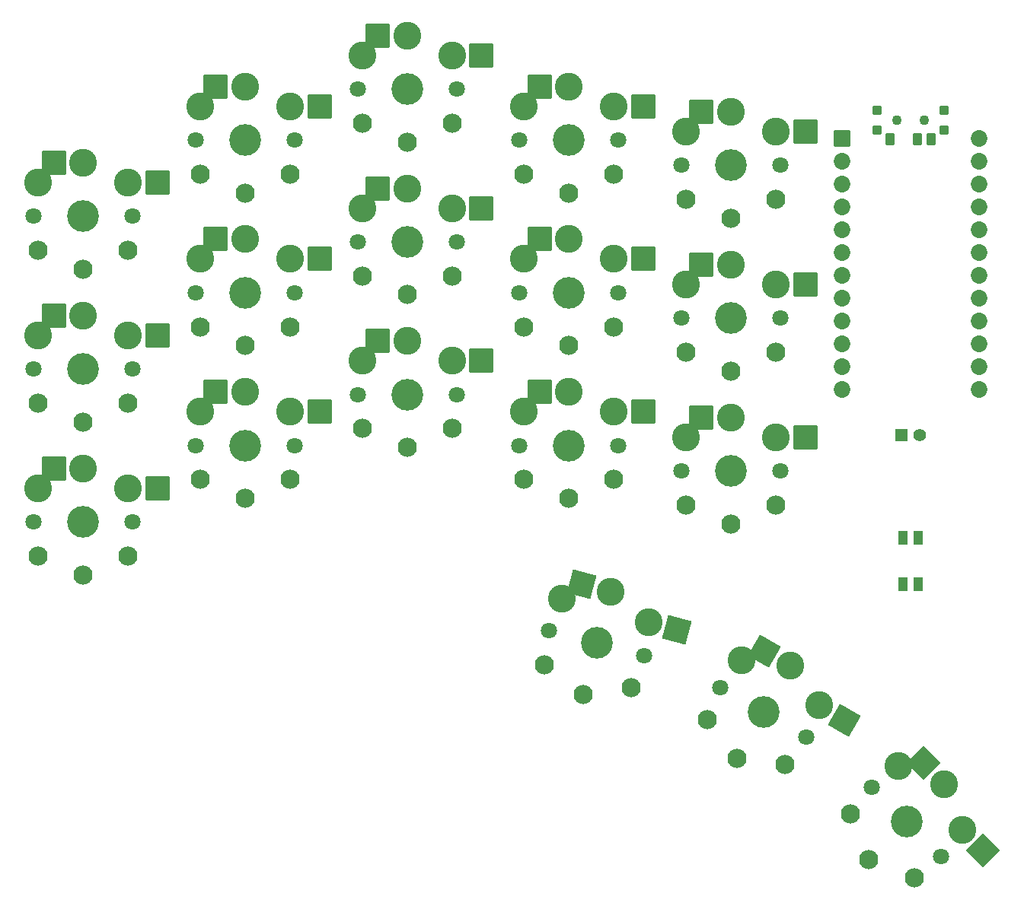
<source format=gbs>
%TF.GenerationSoftware,KiCad,Pcbnew,(6.0.5)*%
%TF.CreationDate,2022-09-17T13:25:28+02:00*%
%TF.ProjectId,rae_dux_no_splay,7261655f-6475-4785-9f6e-6f5f73706c61,v1.0.0*%
%TF.SameCoordinates,Original*%
%TF.FileFunction,Soldermask,Bot*%
%TF.FilePolarity,Negative*%
%FSLAX46Y46*%
G04 Gerber Fmt 4.6, Leading zero omitted, Abs format (unit mm)*
G04 Created by KiCad (PCBNEW (6.0.5)) date 2022-09-17 13:25:28*
%MOMM*%
%LPD*%
G01*
G04 APERTURE LIST*
G04 Aperture macros list*
%AMRoundRect*
0 Rectangle with rounded corners*
0 $1 Rounding radius*
0 $2 $3 $4 $5 $6 $7 $8 $9 X,Y pos of 4 corners*
0 Add a 4 corners polygon primitive as box body*
4,1,4,$2,$3,$4,$5,$6,$7,$8,$9,$2,$3,0*
0 Add four circle primitives for the rounded corners*
1,1,$1+$1,$2,$3*
1,1,$1+$1,$4,$5*
1,1,$1+$1,$6,$7*
1,1,$1+$1,$8,$9*
0 Add four rect primitives between the rounded corners*
20,1,$1+$1,$2,$3,$4,$5,0*
20,1,$1+$1,$4,$5,$6,$7,0*
20,1,$1+$1,$6,$7,$8,$9,0*
20,1,$1+$1,$8,$9,$2,$3,0*%
G04 Aperture macros list end*
%ADD10C,3.529000*%
%ADD11C,1.801800*%
%ADD12C,3.100000*%
%ADD13RoundRect,0.050000X-1.300000X-1.300000X1.300000X-1.300000X1.300000X1.300000X-1.300000X1.300000X0*%
%ADD14C,2.132000*%
%ADD15RoundRect,0.050000X-1.592168X-0.919239X0.919239X-1.592168X1.592168X0.919239X-0.919239X1.592168X0*%
%ADD16RoundRect,0.050000X-1.775833X-0.475833X0.475833X-1.775833X1.775833X0.475833X-0.475833X1.775833X0*%
%ADD17RoundRect,0.050000X-1.838478X0.000000X0.000000X-1.838478X1.838478X0.000000X0.000000X1.838478X0*%
%ADD18RoundRect,0.050000X-0.876300X0.876300X-0.876300X-0.876300X0.876300X-0.876300X0.876300X0.876300X0*%
%ADD19C,1.852600*%
%ADD20C,1.100000*%
%ADD21RoundRect,0.050000X-0.450000X-0.625000X0.450000X-0.625000X0.450000X0.625000X-0.450000X0.625000X0*%
%ADD22RoundRect,0.050000X-0.450000X-0.450000X0.450000X-0.450000X0.450000X0.450000X-0.450000X0.450000X0*%
%ADD23C,1.408000*%
%ADD24RoundRect,0.050000X-0.654000X-0.654000X0.654000X-0.654000X0.654000X0.654000X-0.654000X0.654000X0*%
%ADD25RoundRect,0.050000X0.500000X-0.725000X0.500000X0.725000X-0.500000X0.725000X-0.500000X-0.725000X0*%
G04 APERTURE END LIST*
D10*
X68000000Y50000000D03*
D11*
X73500000Y50000000D03*
X62500000Y50000000D03*
D12*
X73000000Y53750000D03*
X68000000Y55950000D03*
D13*
X64725000Y55950000D03*
X76275000Y53750000D03*
D12*
X63000000Y53750000D03*
X68000000Y55950000D03*
D10*
X68000000Y50000000D03*
D11*
X62500000Y50000000D03*
X73500000Y50000000D03*
D14*
X63000000Y46200000D03*
X68000000Y44100000D03*
X73000000Y46200000D03*
X68000000Y44100000D03*
D10*
X68000000Y67000000D03*
D11*
X73500000Y67000000D03*
X62500000Y67000000D03*
D12*
X73000000Y70750000D03*
X68000000Y72950000D03*
D13*
X64725000Y72950000D03*
X76275000Y70750000D03*
D12*
X63000000Y70750000D03*
X68000000Y72950000D03*
D10*
X68000000Y67000000D03*
D11*
X62500000Y67000000D03*
X73500000Y67000000D03*
D14*
X63000000Y63200000D03*
X68000000Y61100000D03*
X73000000Y63200000D03*
X68000000Y61100000D03*
D10*
X68000000Y84000000D03*
D11*
X73500000Y84000000D03*
X62500000Y84000000D03*
D12*
X73000000Y87750000D03*
X68000000Y89950000D03*
D13*
X64725000Y89950000D03*
X76275000Y87750000D03*
D12*
X63000000Y87750000D03*
X68000000Y89950000D03*
D10*
X68000000Y84000000D03*
D11*
X62500000Y84000000D03*
X73500000Y84000000D03*
D14*
X63000000Y80200000D03*
X68000000Y78100000D03*
X73000000Y80200000D03*
X68000000Y78100000D03*
D10*
X86000000Y58500000D03*
D11*
X91500000Y58500000D03*
X80500000Y58500000D03*
D12*
X91000000Y62250000D03*
X86000000Y64450000D03*
D13*
X82725000Y64450000D03*
X94275000Y62250000D03*
D12*
X81000000Y62250000D03*
X86000000Y64450000D03*
D10*
X86000000Y58500000D03*
D11*
X80500000Y58500000D03*
X91500000Y58500000D03*
D14*
X81000000Y54700000D03*
X86000000Y52600000D03*
X91000000Y54700000D03*
X86000000Y52600000D03*
D10*
X86000000Y75500000D03*
D11*
X91500000Y75500000D03*
X80500000Y75500000D03*
D12*
X91000000Y79250000D03*
X86000000Y81450000D03*
D13*
X82725000Y81450000D03*
X94275000Y79250000D03*
D12*
X81000000Y79250000D03*
X86000000Y81450000D03*
D10*
X86000000Y75500000D03*
D11*
X80500000Y75500000D03*
X91500000Y75500000D03*
D14*
X81000000Y71700000D03*
X86000000Y69600000D03*
X91000000Y71700000D03*
X86000000Y69600000D03*
D10*
X86000000Y92500000D03*
D11*
X91500000Y92500000D03*
X80500000Y92500000D03*
D12*
X91000000Y96250000D03*
X86000000Y98450000D03*
D13*
X82725000Y98450000D03*
X94275000Y96250000D03*
D12*
X81000000Y96250000D03*
X86000000Y98450000D03*
D10*
X86000000Y92500000D03*
D11*
X80500000Y92500000D03*
X91500000Y92500000D03*
D14*
X81000000Y88700000D03*
X86000000Y86600000D03*
X91000000Y88700000D03*
X86000000Y86600000D03*
D10*
X104000000Y64166667D03*
D11*
X109500000Y64166667D03*
X98500000Y64166667D03*
D12*
X109000000Y67916667D03*
X104000000Y70116667D03*
D13*
X100725000Y70116667D03*
X112275000Y67916667D03*
D12*
X99000000Y67916667D03*
X104000000Y70116667D03*
D10*
X104000000Y64166667D03*
D11*
X98500000Y64166667D03*
X109500000Y64166667D03*
D14*
X99000000Y60366667D03*
X104000000Y58266667D03*
X109000000Y60366667D03*
X104000000Y58266667D03*
D10*
X104000000Y81166667D03*
D11*
X109500000Y81166667D03*
X98500000Y81166667D03*
D12*
X109000000Y84916667D03*
X104000000Y87116667D03*
D13*
X100725000Y87116667D03*
X112275000Y84916667D03*
D12*
X99000000Y84916667D03*
X104000000Y87116667D03*
D10*
X104000000Y81166667D03*
D11*
X98500000Y81166667D03*
X109500000Y81166667D03*
D14*
X99000000Y77366667D03*
X104000000Y75266667D03*
X109000000Y77366667D03*
X104000000Y75266667D03*
D10*
X104000000Y98166667D03*
D11*
X109500000Y98166667D03*
X98500000Y98166667D03*
D12*
X109000000Y101916667D03*
X104000000Y104116667D03*
D13*
X100725000Y104116667D03*
X112275000Y101916667D03*
D12*
X99000000Y101916667D03*
X104000000Y104116667D03*
D10*
X104000000Y98166667D03*
D11*
X98500000Y98166667D03*
X109500000Y98166667D03*
D14*
X99000000Y94366667D03*
X104000000Y92266667D03*
X109000000Y94366667D03*
X104000000Y92266667D03*
D10*
X122000000Y58500000D03*
D11*
X127500000Y58500000D03*
X116500000Y58500000D03*
D12*
X127000000Y62250000D03*
X122000000Y64450000D03*
D13*
X118725000Y64450000D03*
X130275000Y62250000D03*
D12*
X117000000Y62250000D03*
X122000000Y64450000D03*
D10*
X122000000Y58500000D03*
D11*
X116500000Y58500000D03*
X127500000Y58500000D03*
D14*
X117000000Y54700000D03*
X122000000Y52600000D03*
X127000000Y54700000D03*
X122000000Y52600000D03*
D10*
X122000000Y75500000D03*
D11*
X127500000Y75500000D03*
X116500000Y75500000D03*
D12*
X127000000Y79250000D03*
X122000000Y81450000D03*
D13*
X118725000Y81450000D03*
X130275000Y79250000D03*
D12*
X117000000Y79250000D03*
X122000000Y81450000D03*
D10*
X122000000Y75500000D03*
D11*
X116500000Y75500000D03*
X127500000Y75500000D03*
D14*
X117000000Y71700000D03*
X122000000Y69600000D03*
X127000000Y71700000D03*
X122000000Y69600000D03*
D10*
X122000000Y92500000D03*
D11*
X127500000Y92500000D03*
X116500000Y92500000D03*
D12*
X127000000Y96250000D03*
X122000000Y98450000D03*
D13*
X118725000Y98450000D03*
X130275000Y96250000D03*
D12*
X117000000Y96250000D03*
X122000000Y98450000D03*
D10*
X122000000Y92500000D03*
D11*
X116500000Y92500000D03*
X127500000Y92500000D03*
D14*
X117000000Y88700000D03*
X122000000Y86600000D03*
X127000000Y88700000D03*
X122000000Y86600000D03*
D10*
X140000000Y55666667D03*
D11*
X145500000Y55666667D03*
X134500000Y55666667D03*
D12*
X145000000Y59416667D03*
X140000000Y61616667D03*
D13*
X136725000Y61616667D03*
X148275000Y59416667D03*
D12*
X135000000Y59416667D03*
X140000000Y61616667D03*
D10*
X140000000Y55666667D03*
D11*
X134500000Y55666667D03*
X145500000Y55666667D03*
D14*
X135000000Y51866667D03*
X140000000Y49766667D03*
X145000000Y51866667D03*
X140000000Y49766667D03*
D10*
X140000000Y72666667D03*
D11*
X145500000Y72666667D03*
X134500000Y72666667D03*
D12*
X145000000Y76416667D03*
X140000000Y78616667D03*
D13*
X136725000Y78616667D03*
X148275000Y76416667D03*
D12*
X135000000Y76416667D03*
X140000000Y78616667D03*
D10*
X140000000Y72666667D03*
D11*
X134500000Y72666667D03*
X145500000Y72666667D03*
D14*
X135000000Y68866667D03*
X140000000Y66766667D03*
X145000000Y68866667D03*
X140000000Y66766667D03*
D10*
X140000000Y89666667D03*
D11*
X145500000Y89666667D03*
X134500000Y89666667D03*
D12*
X145000000Y93416667D03*
X140000000Y95616667D03*
D13*
X136725000Y95616667D03*
X148275000Y93416667D03*
D12*
X135000000Y93416667D03*
X140000000Y95616667D03*
D10*
X140000000Y89666667D03*
D11*
X134500000Y89666667D03*
X145500000Y89666667D03*
D14*
X135000000Y85866667D03*
X140000000Y83766667D03*
X145000000Y85866667D03*
X140000000Y83766667D03*
D10*
X125079959Y36488922D03*
D11*
X130392551Y35065417D03*
X119767367Y37912427D03*
D12*
X130880160Y38817049D03*
X126619932Y42236181D03*
D15*
X123456525Y43083813D03*
X134043567Y37969416D03*
D12*
X121220901Y41405239D03*
X126619932Y42236181D03*
D10*
X125079959Y36488922D03*
D11*
X119767367Y37912427D03*
X130392551Y35065417D03*
D14*
X119266817Y34112499D03*
X123552927Y30789960D03*
X128926076Y31524309D03*
X123552927Y30789960D03*
D10*
X143617558Y28810397D03*
D11*
X148380698Y26060397D03*
X138854418Y31560397D03*
D12*
X149822685Y29557992D03*
X146592558Y33963248D03*
D16*
X143756325Y35600748D03*
X152658918Y27920492D03*
D12*
X141162431Y34557992D03*
X146592558Y33963248D03*
D10*
X143617558Y28810397D03*
D11*
X138854418Y31560397D03*
X148380698Y26060397D03*
D14*
X137387431Y28019500D03*
X140667558Y23700847D03*
X146047685Y23019500D03*
X140667558Y23700847D03*
D10*
X159536156Y16595628D03*
D11*
X163425243Y12706541D03*
X155647069Y20484715D03*
D12*
X165723340Y15711745D03*
X163743441Y20802913D03*
D17*
X161427667Y23118688D03*
X168039115Y13395970D03*
D12*
X158652273Y22782812D03*
X163743441Y20802913D03*
D10*
X159536156Y16595628D03*
D11*
X155647069Y20484715D03*
X163425243Y12706541D03*
D14*
X153313616Y17444156D03*
X155364226Y12423698D03*
X160384684Y10373088D03*
X155364226Y12423698D03*
D18*
X152380000Y92636667D03*
D19*
X152380000Y90096667D03*
X152380000Y87556667D03*
X152380000Y85016667D03*
X152380000Y82476667D03*
X152380000Y79936667D03*
X152380000Y77396667D03*
X152380000Y74856667D03*
X152380000Y72316667D03*
X152380000Y69776667D03*
X152380000Y67236667D03*
X152380000Y64696667D03*
X167620000Y92636667D03*
X167620000Y90096667D03*
X167620000Y87556667D03*
X167620000Y85016667D03*
X167620000Y82476667D03*
X167620000Y79936667D03*
X167620000Y77396667D03*
X167620000Y74856667D03*
X167620000Y72316667D03*
X167620000Y69776667D03*
X167620000Y67236667D03*
X167620000Y64696667D03*
D20*
X161500000Y94666667D03*
X158500000Y94666667D03*
X161500000Y94666667D03*
X158500000Y94666667D03*
D21*
X157750000Y92591667D03*
X160750000Y92591667D03*
X162250000Y92591667D03*
D22*
X163700000Y95766667D03*
X163700000Y93566667D03*
X156300000Y93566667D03*
X156300000Y95766667D03*
D23*
X161000000Y59666667D03*
D24*
X159000000Y59666667D03*
D25*
X159150000Y43091667D03*
X159150000Y48241667D03*
X160850000Y43091667D03*
X160850000Y48241667D03*
M02*

</source>
